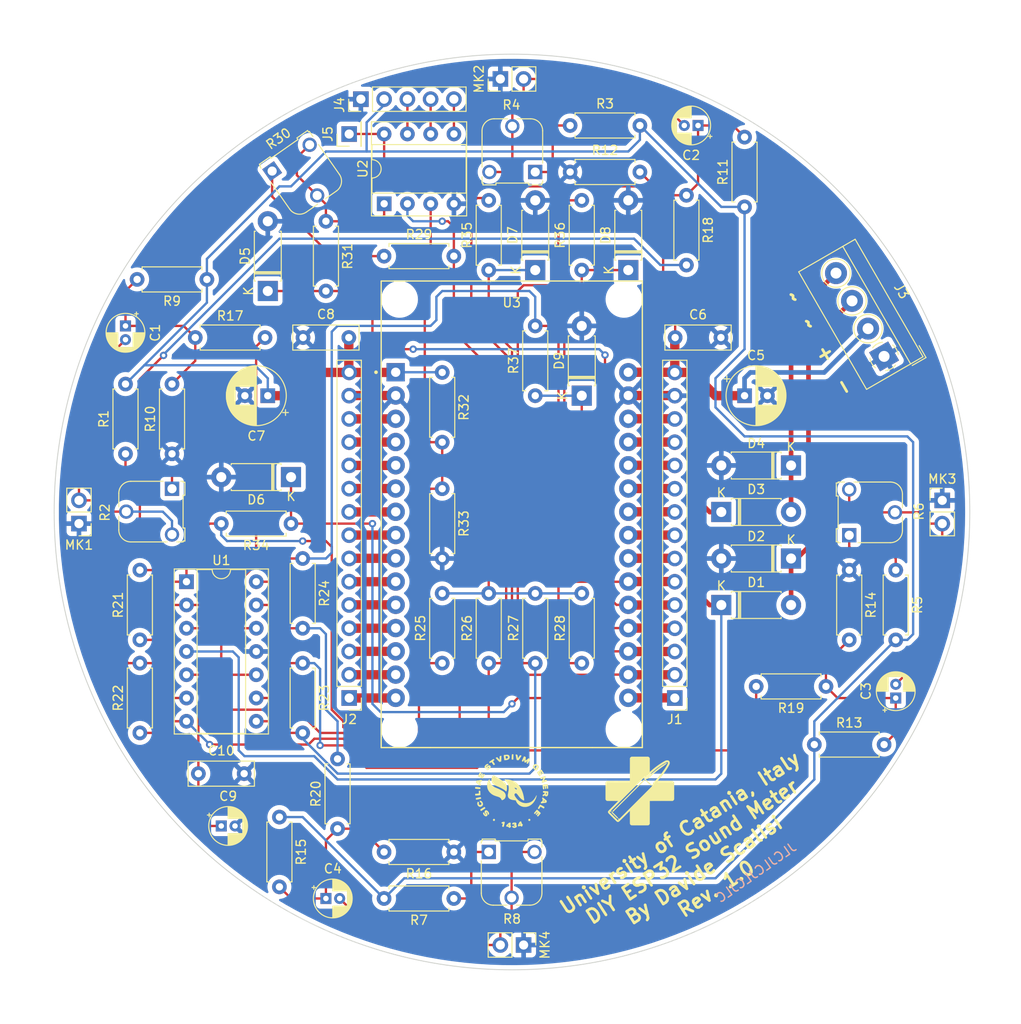
<source format=kicad_pcb>
(kicad_pcb (version 20211014) (generator pcbnew)
  (layers (0 "F.Cu" signal) (31 "B.Cu" signal) (34 "B.Paste" user) (35 "F.Paste" user) (36 "B.SilkS" user "B.Silkscreen") (37 "F.SilkS" user "F.Silkscreen") (38 "B.Mask" user) (39 "F.Mask" user) (44 "Edge.Cuts" user))
  (net 0 "")
  (net 1 "Net-(C1-Pad1)")
  (net 2 "Net-(C1-Pad2)")
  (net 3 "Net-(C2-Pad1)")
  (net 4 "Net-(C2-Pad2)")
  (net 5 "Net-(C3-Pad1)")
  (net 6 "Net-(C3-Pad2)")
  (net 7 "Net-(C4-Pad1)")
  (net 8 "Net-(C4-Pad2)")
  (net 9 "VCC")
  (net 10 "GND")
  (net 11 "+3V3")
  (net 12 "1.65V")
  (net 13 "AC L")
  (net 14 "AC N")
  (net 15 "D34")
  (net 16 "EN")
  (net 17 "D36")
  (net 18 "D39")
  (net 19 "D35")
  (net 20 "D32")
  (net 21 "D33")
  (net 22 "D25")
  (net 23 "D26")
  (net 24 "D27")
  (net 25 "D14")
  (net 26 "D12")
  (net 27 "D13")
  (net 28 "D23")
  (net 29 "D22")
  (net 30 "TX0")
  (net 31 "RX0")
  (net 32 "D21")
  (net 33 "D19")
  (net 34 "D18")
  (net 35 "D5")
  (net 36 "TX2")
  (net 37 "RX2")
  (net 38 "D4")
  (net 39 "D2")
  (net 40 "D15")
  (net 41 "Net-(R17-Pad2)")
  (net 42 "Net-(R18-Pad2)")
  (net 43 "Net-(R19-Pad2)")
  (net 44 "Net-(R20-Pad2)")
  (net 45 "MIC 1")
  (net 46 "MIC 2")
  (net 47 "MIC 3")
  (net 48 "MIC 4")
  (net 49 "Net-(R29-Pad1)")
  (net 50 "Net-(R25-Pad2)")
  (net 51 "Net-(R30-Pad2)")
  (net 52 "Net-(R1-Pad1)")
  (net 53 "Net-(R3-Pad1)")
  (net 54 "Net-(R5-Pad1)")
  (net 55 "Net-(R7-Pad1)")
  (net 56 "Net-(U2-Pad6)")
  (net 57 "Net-(J4-Pad5)")
  (net 58 "Net-(J4-Pad3)")
  (footprint "Resistor_THT:R_Axial_DIN0207_L6.3mm_D2.5mm_P7.62mm_Horizontal" (layer "F.Cu") (at 154.94 70.104 90)
    (fp_text reference "R36")
    (fp_text value "1k")
  )
  (footprint "Capacitor_THT:CP_Radial_D6.3mm_P2.50mm" (layer "F.Cu") (at 120.65 83.82 180)
    (fp_text reference "C7")
    (fp_text value "100uF")
  )
  (footprint "Resistor_THT:R_Axial_DIN0207_L6.3mm_D2.5mm_P7.62mm_Horizontal" (layer "F.Cu") (at 110.19 90.17 90)
    (fp_text reference "R10")
    (fp_text value "100k")
  )
  (footprint "Resistor_THT:R_Axial_DIN0207_L6.3mm_D2.5mm_P7.62mm_Horizontal" (layer "F.Cu") (at 133.35 68.58)
    (fp_text reference "R29")
    (fp_text value "1k")
  )
  (footprint "Resistor_THT:R_Axial_DIN0207_L6.3mm_D2.5mm_P7.62mm_Horizontal" (layer "F.Cu") (at 124.46 113.025 -90)
    (fp_text reference "R23")
    (fp_text value "1M")
  )
  (footprint "Capacitor_THT:C_Rect_L7.0mm_W2.5mm_P5.00mm" (layer "F.Cu") (at 129.5 77.47 180)
    (fp_text reference "C8")
    (fp_text value "10nF")
  )
  (footprint "Resistor_THT:R_Axial_DIN0207_L6.3mm_D2.5mm_P7.62mm_Horizontal" (layer "F.Cu") (at 180.34 121.92)
    (fp_text reference "R13")
    (fp_text value "100k")
  )
  (footprint "Diode_THT:D_DO-41_SOD81_P7.62mm_Horizontal" (layer "F.Cu") (at 170.18 106.68)
    (fp_text reference "D1")
    (fp_text value "1N4007")
  )
  (footprint "Resistor_THT:R_Axial_DIN0207_L6.3mm_D2.5mm_P7.62mm_Horizontal" (layer "F.Cu") (at 166.37 61.93 -90)
    (fp_text reference "R18")
    (fp_text value "100k")
  )
  (footprint "Resistor_THT:R_Axial_DIN0207_L6.3mm_D2.5mm_P7.62mm_Horizontal" (layer "F.Cu") (at 149.86 113.03 90)
    (fp_text reference "R27")
    (fp_text value "1k")
  )
  (footprint "Resistor_THT:R_Axial_DIN0207_L6.3mm_D2.5mm_P7.62mm_Horizontal" (layer "F.Cu") (at 124.46 101.6 -90)
    (fp_text reference "R24")
    (fp_text value "1M")
  )
  (footprint "Resistor_THT:R_Axial_DIN0207_L6.3mm_D2.5mm_P7.62mm_Horizontal" (layer "F.Cu") (at 127 64.77 -90)
    (fp_text reference "R31")
    (fp_text value "1k")
  )
  (footprint "Capacitor_THT:CP_Radial_D4.0mm_P1.50mm" (layer "F.Cu") (at 167.64 54.31 180)
    (fp_text reference "C2")
    (fp_text value "10uF")
  )
  (footprint "Resistor_THT:R_Axial_DIN0207_L6.3mm_D2.5mm_P7.62mm_Horizontal" (layer "F.Cu") (at 128.27 131.11 90)
    (fp_text reference "R20")
    (fp_text value "100k")
  )
  (footprint "Package_DIP:DIP-8_W7.62mm_Socket" (layer "F.Cu") (at 133.36 62.855 90)
    (fp_text reference "U2")
    (fp_text value "LM358")
  )
  (footprint "Connector_PinHeader_2.54mm:PinHeader_1x02_P2.54mm_Vertical" (layer "F.Cu") (at 146.05 49.23 90)
    (fp_text reference "MK2")
    (fp_text value "Microphone_Condenser")
  )
  (footprint "Resistor_THT:R_Axial_DIN0207_L6.3mm_D2.5mm_P7.62mm_Horizontal" (layer "F.Cu") (at 153.67 54.31)
    (fp_text reference "R3")
    (fp_text value "1k")
  )
  (footprint "Connector_PinHeader_2.54mm:PinHeader_1x01_P2.54mm_Vertical" (layer "F.Cu") (at 129.54 55.245 90)
    (fp_text reference "J5")
    (fp_text value "Conn_01x01_Female")
  )
  (footprint "Resistor_THT:R_Axial_DIN0207_L6.3mm_D2.5mm_P7.62mm_Horizontal" (layer "F.Cu") (at 139.7 93.98 -90)
    (fp_text reference "R33")
    (fp_text value "10k")
  )
  (footprint "Resistor_THT:R_Axial_DIN0207_L6.3mm_D2.5mm_P7.62mm_Horizontal" (layer "F.Cu") (at 153.67 59.39)
    (fp_text reference "R12")
    (fp_text value "100k")
  )
  (footprint "Connector_PinHeader_2.54mm:PinHeader_1x02_P2.54mm_Vertical" (layer "F.Cu") (at 148.59 143.81 -90)
    (fp_text reference "MK4")
    (fp_text value "Microphone_Condenser")
  )
  (footprint "Resistor_THT:R_Axial_DIN0207_L6.3mm_D2.5mm_P7.62mm_Horizontal" (layer "F.Cu") (at 184.15 102.87 -90)
    (fp_text reference "R14")
    (fp_text value "100k")
  )
  (footprint "Potentiometer_THT:Potentiometer_Runtron_RM-065_Vertical" (layer "F.Cu") (at 149.86 59.39 180)
    (fp_text reference "R4")
    (fp_text value "10k")
  )
  (footprint "Resistor_THT:R_Axial_DIN0207_L6.3mm_D2.5mm_P7.62mm_Horizontal" (layer "F.Cu") (at 149.86 83.82 90)
    (fp_text reference "R37")
    (fp_text value "1k")
  )
  (footprint "Capacitor_THT:C_Rect_L7.0mm_W2.5mm_P5.00mm" (layer "F.Cu") (at 165.14 77.47)
    (fp_text reference "C6")
    (fp_text value "10nF")
  )
  (footprint "Resistor_THT:R_Axial_DIN0207_L6.3mm_D2.5mm_P7.62mm_Horizontal" (layer "F.Cu") (at 106.68 110.485 90)
    (fp_text reference "R21")
    (fp_text value "1M")
  )
  (footprint "Resistor_THT:R_Axial_DIN0207_L6.3mm_D2.5mm_P7.62mm_Horizontal" (layer "F.Cu") (at 144.78 70.104 90)
    (fp_text reference "R35")
    (fp_text value "1k")
  )
  (footprint "Connector_PinHeader_2.54mm:PinHeader_1x05_P2.54mm_Vertical" (layer "F.Cu") (at 130.815 51.435 90)
    (fp_text reference "J4")
    (fp_text value "Conn_01x05_Female")
  )
  (footprint "Potentiometer_THT:Potentiometer_Runtron_RM-065_Vertical" (layer "F.Cu") (at 144.78 133.65)
    (fp_text reference "R8")
    (fp_text value "10k")
  )
  (footprint "Capacitor_THT:CP_Radial_D4.0mm_P1.50mm" (layer "F.Cu") (at 127 138.73)
    (fp_text reference "C4")
    (fp_text value "10uF")
  )
  (footprint "Connector_PinHeader_2.54mm:PinHeader_1x15_P2.54mm_Vertical" (layer "F.Cu") (at 129.54 116.835 180)
    (fp_text reference "J2")
    (fp_text value "Conn_01x15_Male")
  )
  (footprint "Potentiometer_THT:Potentiometer_Runtron_RM-065_Vertical" (layer "F.Cu") (at 184.15 99.06 90)
    (fp_text reference "R6")
    (fp_text value "10k")
  )
  (footprint "Diode_THT:D_DO-41_SOD81_P7.62mm_Horizontal" (layer "F.Cu") (at 160.02 70.104 90)
    (fp_text reference "D8")
    (fp_text value "3.3V")
  )
  (footprint "Logos:Jugg" (layer "F.Cu") (at 161.29 127)
    (fp_text reference "G***" hide)
    (fp_text value "LOGO" hide)
  )
  (footprint "Diode_THT:D_DO-41_SOD81_P7.62mm_Horizontal" (layer "F.Cu") (at 120.65 72.39 90)
    (fp_text reference "D5")
    (fp_text value "3.3V")
  )
  (footprint "Capacitor_THT:CP_Radial_D4.0mm_P1.50mm" (layer "F.Cu") (at 105.11 76.2 -90)
    (fp_text reference "C1")
    (fp_text value "10uF")
  )
  (footprint "Diode_THT:D_DO-41_SOD81_P7.62mm_Horizontal" (layer "F.Cu") (at 149.86 70.104 90)
    (fp_text reference "D7")
    (fp_text value "3.3V")
  )
  (footprint "Package_DIP:DIP-14_W7.62mm_Socket" (layer "F.Cu") (at 111.77 104.135)
    (fp_text reference "U1")
    (fp_text value "LM324")
  )
  (footprint "Diode_THT:D_DO-41_SOD81_P7.62mm_Horizontal" (layer "F.Cu") (at 123.19 92.71 180)
    (fp_text reference "D6")
    (fp_text value "3.3V")
  )
  (footprint "Resistor_THT:R_Axial_DIN0207_L6.3mm_D2.5mm_P7.62mm_Horizontal" (layer "F.Cu") (at 114 71.12 180)
    (fp_text reference "R9")
    (fp_text value "100k")
  )
  (footprint "Connector_PinHeader_2.54mm:PinHeader_1x02_P2.54mm_Vertical" (layer "F.Cu") (at 100.03 97.79 180)
    (fp_text reference "MK1")
    (fp_text value "Microphone_Condenser")
  )
  (footprint "Potentiometer_THT:Potentiometer_Runtron_RM-065_Vertical" (layer "F.Cu") (at 110.19 93.98 -90)
    (fp_text reference "R2")
    (fp_text value "10k")
  )
  (footprint "Resistor_THT:R_Axial_DIN0207_L6.3mm_D2.5mm_P7.62mm_Horizontal" (layer "F.Cu") (at 112.73 77.47)
    (fp_text reference "R17")
    (fp_text value "100k")
  )
  (footprint "Connector_PinHeader_2.54mm:PinHeader_1x02_P2.54mm_Vertical" (layer "F.Cu") (at 194.31 95.25)
    (fp_text reference "MK3")
    (fp_text value "Microphone_Condenser")
  )
  (footprint "Connector_PinHeader_2.54mm:PinHeader_1x15_P2.54mm_Vertical" (layer "F.Cu") (at 165.1 116.84 180)
    (fp_text reference "J1")
    (fp_text value "Conn_01x15_Male")
  )
  (footprint "Resistor_THT:R_Axial_DIN0207_L6.3mm_D2.5mm_P7.62mm_Horizontal" (layer "F.Cu") (at 139.7 113.03 90)
    (fp_text reference "R25")
    (fp_text value "1k")
  )
  (footprint "Diode_THT:D_DO-41_SOD81_P7.62mm_Horizontal" (layer "F.Cu") (at 177.8 91.44 180)
    (fp_text reference "D4")
    (fp_text value "1N4007")
  )
  (footprint "TerminalBlock_4Ucon:TerminalBlock_4Ucon_1x04_P3.50mm_Horizontal" (layer "F.Cu") (at 187.958398 79.526634 120)
    (fp_text reference "J3")
    (fp_text value "Power")
  )
  (footprint "Potentiometer_THT:Potentiometer_Runtron_RM-065_Vertical" (layer "F.Cu") (at 121.127309 59.289041 35)
    (fp_text reference "R30")
    (fp_text value "10k")
  )
  (footprint "Capacitor_THT:CP_Radial_D4.0mm_P1.50mm" (layer "F.Cu") (at 189.23 116.84 90)
    (fp_text reference "C3")
    (fp_text value "10uF")
  )
  (footprint "Resistor_THT:R_Axial_DIN0207_L6.3mm_D2.5mm_P7.62mm_Horizontal" (layer "F.Cu") (at 172.72 63.2 90)
    (fp_text reference "R11")
    (fp_text value "100k")
  )
  (footprint "Resistor_THT:R_Axial_DIN0207_L6.3mm_D2.5mm_P7.62mm_Horizontal" (layer "F.Cu") (at 106.68 120.645 90)
    (fp_text reference "R22")
    (fp_text value "1M")
  )
  (footprint "Resistor_THT:R_Axial_DIN0207_L6.3mm_D2.5mm_P7.62mm_Horizontal" (layer "F.Cu") (at 181.61 115.57 180)
    (fp_text reference "R19")
    (fp_text value "100k")
  )
  (footprint "Diode_THT:D_DO-41_SOD81_P7.62mm_Horizontal" (layer "F.Cu") (at 170.18 96.52)
    (fp_text reference "D3")
    (fp_text value "1N4007")
  )
  (footprint "Resistor_THT:R_Axial_DIN0207_L6.3mm_D2.5mm_P7.62mm_Horizontal" (layer "F.Cu") (at 144.78 113.03 90)
    (fp_text reference "R26")
    (fp_text value "1k")
  )
  (footprint "Resistor_THT:R_Axial_DIN0207_L6.3mm_D2.5mm_P7.62mm_Horizontal" (layer "F.Cu") (at 123.19 97.79 180)
    (fp_text reference "R34")
    (fp_text value "1k")
  )
  (footprint "Capacitor_THT:CP_Radial_D4.0mm_P1.50mm" (layer "F.Cu") (at 115.57 130.81)
    (fp_text reference "C9")
    (fp_text value "10uF")
  )
  (footprint "Resistor_THT:R_Axial_DIN0207_L6.3mm_D2.5mm_P7.62mm_Horizontal" (layer "F.Cu") (at 140.97 133.65 180)
    (fp_text reference "R16")
    (fp_text value "100k")
  )
  (footprint "Resistor_THT:R_Axial_DIN0207_L6.3mm_D2.5mm_P7.62mm_Horizontal" (layer "F.Cu") (at 139.7 81.28 -90)
    (fp_text reference "R32")
    (fp_text value "10k")
  )
  (footprint "Logos:UniCT" (layer "F.Cu") (at 147.28 127)
    (fp_text reference "G***" hide)
    (fp_text value "LOGO" hide)
  )
  (footprint "Resistor_THT:R_Axial_DIN0207_L6.3mm_D2.5mm_P7.62mm_Horizontal" (layer "F.Cu") (at 140.97 138.73 180)
    (fp_text reference "R7")
    (fp_text value "1k")
  )
  (footprint "Diode_THT:D_DO-41_SOD81_P7.62mm_Horizontal" (layer "F.Cu") (at 154.94 83.82 90)
    (fp_text reference "D9")
    (fp_text value "3.3V")
  )
  (footprint "Resistor_THT:R_Axial_DIN0207_L6.3mm_D2.5mm_P7.62mm_Horizontal" (layer "F.Cu") (at 154.94 113.03 90)
    (fp_text reference "R28")
    (fp_text value "1k")
  )
  (footprint "Diode_THT:D_DO-41_SOD81_P7.62mm_Horizontal" (layer "F.Cu") (at 177.8 101.6 180)
    (fp_text reference "D2")
    (fp_text value "1N4007")
  )
  (footprint "Capacitor_THT:CP_Radial_D6.3mm_P2.50mm" (layer "F.Cu") (at 172.72 83.82)
    (fp_text reference "C5")
    (fp_text value "100uF")
  )
  (footprint "Resistor_THT:R_Axial_DIN0207_L6.3mm_D2.5mm_P7.62mm_Horizontal" (layer "F.Cu") (at 105.11 90.17 90)
    (fp_text reference "R1")
    (fp_text value "1k")
  )
  (footprint "Resistor_THT:R_Axial_DIN0207_L6.3mm_D2.5mm_P7.62mm_Horizontal" (layer "F.Cu") (at 121.92 129.84 -90)
    (fp_text reference "R15")
    (fp_text value "100k")
  )
  (footprint "ESP32-DEVKIT-V1:MODULE_ESP32_DEVKIT_V1" (layer "F.Cu") (at 147.32 96.774)
    (fp_text reference "U3")
    (fp_text value "ESP32-DEVKIT-V1")
  )
  (footprint "Capacitor_THT:C_Rect_L7.0mm_W2.5mm_P5.00mm" (layer "F.Cu") (at 113.07 125.095)
    (fp_text reference "C10")
    (fp_text value "10nF")
  )
  (footprint "Resistor_THT:R_Axial_DIN0207_L6.3mm_D2.5mm_P7.62mm_Horizontal" (layer "F.Cu") (at 189.23 102.87 -90)
    (fp_text reference "R5")
    (fp_text value "1k")
  )
  (gr_circle (center 147.32 96.52) (end 197.32 96.52) (layer "Edge.Cuts") (width 0.1) (fill none))
  (gr_text "JLCJLCJLCJLC" (at 173.99 135.89 35) (layer "B.SilkS") (effects (font (size 1 1)) (justify mirror)))
  (gr_text "~  ~  +  -" (at 180.975 78.105 300) (layer "F.SilkS") (effects (font (size 1.5 1.5) (thickness 0.3))))
  (gr_text "University of Catania, Italy\nDIY ESP32 Sound Meter\nBy Davide Scalisi\nRev. 1.0" (at 167.64 134.62 33) (layer "F.SilkS") (effects (font (size 1.5 1.5) (thickness 0.3))))
  (segment (start 112.73 77.47) (end 112.73 80.01) (width 0.254) (layer "F.Cu") (net 1))
  (segment (start 111.46 76.2) (end 112.73 77.47) (width 0.254) (layer "F.Cu") (net 1))
  (segment (start 105.11 72.39) (end 106.38 71.12) (width 0.254) (layer "F.Cu") (net 1))
  (segment (start 105.11 76.2) (end 105.11 72.39) (width 0.254) (layer "F.Cu") (net 1))
  (segment (start 112.73 80.01) (end 110.19 82.55) (width 0.254) (layer "F.Cu") (net 1))
  (segment (start 105.11 76.2) (end 111.46 76.2) (width 0.254) (layer "F.Cu") (net 1))
  (segment (start 100.03 82.78) (end 105.11 77.7) (width 0.254) (layer "F.Cu") (net 2))
  (segment (start 102.87 96.52) (end 102.91 96.48) (width 0.254) (layer "F.Cu") (net 2))
  (segment (start 100.03 95.25) (end 101.6 95.25) (width 0.254) (layer "F.Cu") (net 2))
  (segment (start 101.6 95.25) (end 102.87 96.52) (width 0.254) (layer "F.Cu") (net 2))
  (segment (start 100.03 95.25) (end 100.03 82.78) (width 0.254) (layer "F.Cu") (net 2))
  (segment (start 102.91 96.48) (end 105.19 96.48) (width 0.254) (layer "F.Cu") (net 2))
  (segment (start 110.19 97.49) (end 109.18 96.48) (width 0.254) (layer "B.Cu") (net 2))
  (segment (start 110.19 98.98) (end 110.19 97.49) (width 0.254) (layer "B.Cu") (net 2))
  (segment (start 109.18 96.48) (end 105.19 96.48) (width 0.254) (layer "B.Cu") (net 2))
  (segment (start 166.37 61.93) (end 163.83 61.93) (width 0.254) (layer "F.Cu") (net 3))
  (segment (start 167.64 54.31) (end 171.45 54.31) (width 0.254) (layer "F.Cu") (net 3))
  (segment (start 167.64 54.31) (end 167.64 60.66) (width 0.254) (layer "F.Cu") (net 3))
  (segment (start 167.64 60.66) (end 166.37 61.93) (width 0.254) (layer "F.Cu") (net 3))
  (segment (start 163.83 61.93) (end 161.29 59.39) (width 0.254) (layer "F.Cu") (net 3))
  (segment (start 171.45 54.31) (end 172.72 55.58) (width 0.254) (layer "F.Cu") (net 3))
  (segment (start 147.36 58.38) (end 147.36 54.39) (width 0.254) (layer "F.Cu") (net 4))
  (segment (start 148.59 49.23) (end 161.06 49.23) (width 0.254) (layer "F.Cu") (net 4))
  (segment (start 144.86 59.39) (end 146.35 59.39) (width 0.254) (layer "F.Cu") (net 4))
  (segment (start 147.36 52.11) (end 147.36 54.39) (width 0.254) (layer "F.Cu") (net 4))
  (segment (start 146.35 59.39) (end 147.36 58.38) (width 0.254) (layer "F.Cu") (net 4))
  (segment (start 161.06 49.23) (end 166.14 54.31) (width 0.254) (layer "F.Cu") (net 4))
  (segment (start 148.59 49.23) (end 148.59 50.8) (width 0.254) (layer "F.Cu") (net 4))
  (segment (start 147.32 52.07) (end 147.36 52.11) (width 0.254) (layer "F.Cu") (net 4))
  (segment (start 148.59 50.8) (end 147.32 52.07) (width 0.254) (layer "F.Cu") (net 4))
  (segment (start 181.61 113.03) (end 184.15 110.49) (width 0.254) (layer "F.Cu") (net 5))
  (segment (start 182.88 116.84) (end 181.61 115.57) (width 0.254) (layer "F.Cu") (net 5))
  (segment (start 189.23 116.84) (end 182.88 116.84) (width 0.254) (layer "F.Cu") (net 5))
  (segment (start 181.61 115.57) (end 181.61 113.03) (width 0.254) (layer "F.Cu") (net 5))
  (segment (start 189.23 116.84) (end 189.23 120.65) (width 0.254) (layer "F.Cu") (net 5))
  (segment (start 189.23 120.65) (end 187.96 121.92) (width 0.254) (layer "F.Cu") (net 5))
  (segment (start 184.825 96.56) (end 189.15 96.56) (width 0.254) (layer "F.Cu") (net 6))
  (segment (start 191.77 96.52) (end 191.73 96.56) (width 0.254) (layer "F.Cu") (net 6))
  (segment (start 191.73 96.56) (end 189.15 96.56) (width 0.254) (layer "F.Cu") (net 6))
  (segment (start 194.31 97.79) (end 194.31 110.26) (width 0.254) (layer "F.Cu") (net 6))
  (segment (start 184.15 94.06) (end 184.15 95.885) (width 0.254) (layer "F.Cu") (net 6))
  (segment (start 194.31 97.79) (end 193.04 97.79) (width 0.254) (layer "F.Cu") (net 6))
  (segment (start 184.15 95.885) (end 184.825 96.56) (width 0.254) (layer "F.Cu") (net 6))
  (segment (start 194.31 110.26) (end 189.23 115.34) (width 0.254) (layer "F.Cu") (net 6))
  (segment (start 193.04 97.79) (end 191.77 96.52) (width 0.254) (layer "F.Cu") (net 6))
  (segment (start 128.27 131.11) (end 130.81 131.11) (width 0.254) (layer "F.Cu") (net 7))
  (segment (start 127 138.73) (end 127 132.38) (width 0.254) (layer "F.Cu") (net 7))
  (segment (start 127 132.38) (end 128.27 131.11) (width 0.254) (layer "F.Cu") (net 7))
  (segment (start 130.81 131.11) (end 133.35 133.65) (width 0.254) (layer "F.Cu") (net 7))
  (segment (start 127 138.73) (end 123.19 138.73) (width 0.254) (layer "F.Cu") (net 7))
  (segment (start 123.19 138.73) (end 121.92 137.46) (width 0.254) (layer "F.Cu") (net 7))
  (segment (start 146.05 143.81) (end 146.05 142.24) (width 0.254) (layer "F.Cu") (net 8))
  (segment (start 147.28 134.66) (end 147.28 138.65) (width 0.254) (layer "F.Cu") (net 8))
  (segment (start 146.05 143.81) (end 133.58 143.81) (width 0.254) (layer "F.Cu") (net 8))
  (segment (start 133.58 143.81) (end 128.5 138.73) (width 0.254) (layer "F.Cu") (net 8))
  (segment (start 149.78 133.65) (end 148.29 133.65) (width 0.254) (layer "F.Cu") (net 8))
  (segment (start 147.28 140.93) (end 147.28 138.65) (width 0.254) (layer "F.Cu") (net 8))
  (segment (start 148.29 133.65) (end 147.28 134.66) (width 0.254) (layer "F.Cu") (net 8))
  (segment (start 146.05 142.24) (end 147.32 140.97) (width 0.254) (layer "F.Cu") (net 8))
  (segment (start 147.32 140.97) (end 147.28 140.93) (width 0.254) (layer "F.Cu") (net 8))
  (segment (start 167.9575 82.2325) (end 169.545 83.82) (width 1.016) (layer "F.Cu") (net 9))
  (segment (start 133.36 55.235) (end 129.55 55.235) (width 0.254) (layer "F.Cu") (net 9))
  (segment (start 167.9575 105.7275) (end 167.9575 95.5675) (width 0.508) (layer "F.Cu") (net 9))
  (segment (start 129.55 55.235) (end 129.54 55.245) (width 0.254) (layer "F.Cu") (net 9))
  (segment (start 170.18 96.52) (end 168.91 96.52) (width 0.508) (layer "F.Cu") (net 9))
  (segment (start 133.36 60.021978) (end 134.298022 60.96) (width 0.254) (layer "F.Cu") (net 9))
  (segment (start 133.36 55.235) (end 133.36 60.021978) (width 0.254) (layer "F.Cu") (net 9))
  (segment (start 163.83 62.865) (end 163.83 74.295) (width 0.254) (layer "F.Cu") (net 9))
  (segment (start 165.1 81.28) (end 165.1 77.51) (width 1.016) (layer "F.Cu") (net 9))
  (segment (start 165.1 81.28) (end 167.005 81.28) (width 1.016) (layer "F.Cu") (net 9))
  (segment (start 134.298022 60.96) (end 161.925 60.96) (width 0.254) (layer "F.Cu") (net 9))
  (segment (start 160.02 81.259) (end 165.079 81.259) (width 1.016) (layer "F.Cu") (net 9))
  (segment (start 169.545 83.82) (end 172.72 83.82) (width 1.016) (layer "F.Cu") (net 9))
  (segment (start 168.91 106.68) (end 170.18 106.68) (width 0.508) (layer "F.Cu") (net 9))
  (segment (start 165.1 77.51) (end 165.14 77.47) (width 1.016) (layer "F.Cu") (net 9))
  (segment (start 161.925 60.96) (end 163.83 62.865) (width 0.254) (layer "F.Cu") (net 9))
  (segment (start 167.9575 95.5675) (end 167.9575 82.2325) (width 0.508) (layer "F.Cu") (net 9))
  (segment (start 165.079 81.259) (end 165.1 81.28) (width 1.016) (layer "F.Cu") (net 9))
  (segment (start 167.9575 105.7275) (end 168.91 106.68) (width 0.508) (layer "F.Cu") (net 9))
  (segment (start 165.14 75.605) (end 165.14 77.47) (width 0.254) (layer "F.Cu") (net 9))
  (segment (start 167.005 81.28) (end 167.9575 82.2325) (width 1.016) (layer "F.Cu") (net 9))
  (segment (start 168.91 96.52) (end 167.9575 95.5675) (width 0.508) (layer "F.Cu") (net 9))
  (segment (start 163.83 74.295) (end 165.14 75.605) (width 0.254) (layer "F.Cu") (net 9))
  (segment (start 117.475 122.555) (end 118.11 123.19) (width 0.254) (layer "B.Cu") (net 9))
  (segment (start 181.423943 81.28) (end 173.355 81.28) (width 0.508) (layer "B.Cu") (net 9))
  (segment (start 169.545 125.73) (end 170.18 125.095) (width 0.254) (layer "B.Cu") (net 9))
  (segment (start 186.208398 76.495545) (end 181.423943 81.28) (width 0.508) (layer "B.Cu") (net 9))
  (segment (start 116.835 111.755) (end 117.475 112.395) (width 0.254) (layer "B.Cu") (net 9))
  (segment (start 170.18 125.095) (end 170.18 106.68) (width 0.254) (layer "B.Cu") (net 9))
  (segment (start 118.11 123.19) (end 125.73 123.19) (width 0.254) (layer "B.Cu") (net 9))
  (segment (start 128.27 125.73) (end 169.545 125.73) (width 0.254) (layer "B.Cu") (net 9))
  (segment (start 173.355 81.28) (end 172.72 81.915) (width 0.508) (layer "B.Cu") (net 9))
  (segment (start 117.475 112.395) (end 117.475 122.555) (width 0.254) (layer "B.Cu") (net 9))
  (segment (start 172.72 81.915) (end 172.72 83.82) (width 0.508) (layer "B.Cu") (net 9))
  (segment (start 111.77 111.755) (end 116.835 111.755) (width 0.254) (layer "B.Cu") (net 9))
  (segment (start 125.73 123.19) (end 128.27 125.73) (width 0.254) (layer "B.Cu") (net 9))
  (segment (start 129.556 83.799) (end 129.54 83.815) (width 1.016) (layer "F.Cu") (net 10))
  (segment (start 134.62 83.799) (end 129.556 83.799) (width 1.016) (layer "F.Cu") (net 10))
  (segment (start 165.079 83.799) (end 165.1 83.82) (width 1.016) (layer "F.Cu") (net 10))
  (segment (start 160.02 83.799) (end 165.079 83.799) (width 1.016) (layer "F.Cu") (net 10))
  (segment (start 129.5 81.235) (end 129.54 81.275) (width 1.016) (layer "F.Cu") (net 11))
  (segment (start 125.735 81.275) (end 129.54 81.275) (width 1.016) (layer "F.Cu") (net 11))
  (segment (start 123.19 83.82) (end 125.735 81.275) (width 1.016) (layer "F.Cu") (net 11))
  (segment (start 134.604 81.275) (end 134.62 81.259) (width 1.016) (layer "F.Cu") (net 11))
  (segment (start 120.65 83.82) (end 123.19 83.82) (width 1.016) (layer "F.Cu") (net 11))
  (segment (start 129.54 81.275) (end 134.604 81.275) (width 1.016) (layer "F.Cu") (net 11))
  (segment (start 129.5 77.47) (end 129.5 81.235) (width 1.016) (layer "F.Cu") (net 11))
  (segment (start 190.5 88.265) (end 191.135 88.9) (width 0.254) (layer "B.Cu") (net 11))
  (segment (start 133.355 52.065) (end 131.445 53.975) (width 0.254) (layer "B.Cu") (net 11))
  (segment (start 133.35 138.73) (end 135.555 136.525) (width 0.254) (layer "B.Cu") (net 11))
  (segment (start 114 73.66) (end 107.165 80.495) (width 0.254) (layer "B.Cu") (net 11))
  (segment (start 191.135 88.9) (end 191.135 109.855) (width 0.254) (layer "B.Cu") (net 11))
  (segment (start 107.165 80.495) (end 105.11 82.55) (width 0.254) (layer "B.Cu") (net 11))
  (segment (start 107.165 80.495) (end 119.23 80.495) (width 0.254) (layer "B.Cu") (net 11))
  (segment (start 114 71.12) (end 114 73.66) (width 0.254) (layer "B.Cu") (net 11))
  (segment (start 170.18 63.2) (end 161.29 54.31) (width 0.254) (layer "B.Cu") (net 11))
  (segment (start 191.135 109.855) (end 190.5 110.49) (width 0.254) (layer "B.Cu") (net 11))
  (segment (start 180.34 125.73) (end 170.815 135.255) (width 0.254) (layer "B.Cu") (net 11))
  (segment (start 172.72 63.2) (end 172.72 78.74) (width 0.254) (layer "B.Cu") (net 11))
  (segment (start 120.65 81.915) (end 120.65 83.82) (width 0.254) (layer "B.Cu") (net 11))
  (segment (start 123.19 60.96) (end 127 57.15) (width 0.254) (layer "B.Cu") (net 11))
  (segment (start 131.445 53.975) (end 131.445 57.15) (width 0.254) (layer "B.Cu") (net 11))
  (segment (start 180.34 121.92) (end 180.34 125.73) (width 0.254) (layer "B.Cu") (net 11))
  (segment (start 180.34 121.92) (end 180.34 119.38) (width 0.254) (layer "B.Cu") (net 11))
  (segment (start 121.92 60.96) (end 123.19 60.96) (width 0.254) (layer "B.Cu") (net 11))
  (segment (start 170.815 135.255) (end 169.545 136.525) (width 0.254) (layer "B.Cu") (net 11))
  (segment (start 133.355 51.435) (end 133.355 52.065) (width 0.254) (layer "B.Cu") (net 11))
  (segment (start 114 71.12) (end 114 68.88) (width 0.254) (layer "B.Cu") (net 11))
  (segment (start 119.23 80.495) (end 120.65 81.915) (width 0.254) (layer "B.Cu") (net 11))
  (segment (start 172.72 78.74) (end 169.545 81.915) (width 0.254) (layer "B.Cu") (net 11))
  (segment (start 169.545 136.525) (end 135.89 136.525) (width 0.254) (layer "B.Cu") (net 11))
  (segment (start 169.545 81.915) (end 169.545 85.09) (width 0.254) (layer "B.Cu") (net 11))
  (segment (start 190.5 110.49) (end 189.23 110.49) (width 0.254) (layer "B.Cu") (net 11))
  (segment (start 160.02 57.15) (end 161.29 55.88) (width 0.254) (layer "B.Cu") (net 11))
  (segment (start 127 57.15) (end 131.445 57.15) (width 0.254) (layer "B.Cu") (net 11))
  (segment (start 161.29 55.88) (end 161.29 54.31) (width 0.254) (layer "B.Cu") (net 11))
  (segment (start 131.445 57.15) (end 160.02 57.15) (width 0.254) (layer "B.Cu") (net 11))
  (segment (start 114 68.88) (end 121.92 60.96) (width 0.254) (layer "B.Cu") (net 11))
  (segment (start 121.92 129.84) (end 124.46 129.84) (width 0.254) (layer "B.Cu") (net 11))
  (segment (start 139.679 81.259) (end 139.7 81.28) (width 0.254) (layer "B.Cu") (net 11))
  (segment (start 180.34 119.38) (end 189.23 110.49) (width 0.254) (layer "B.Cu") (net 11))
  (segment (start 172.72 88.265) (end 190.5 88.265) (width 0.254) (layer "B.Cu") (net 11))
  (segment (start 135.555 136.525) (end 135.89 136.525) (width 0.254) (layer "B.Cu") (net 11))
  (segment (start 134.62 81.259) (end 139.679 81.259) (width 0.254) (layer "B.Cu") (net 11))
  (segment (start 169.545 85.09) (end 172.72 88.265) (width 0.254) (layer "B.Cu") (net 11))
  (segment (start 124.46 129.84) (end 133.35 138.73) (width 0.254) (layer "B.Cu") (net 11))
  (segment (start 172.72 63.2) (end 170.18 63.2) (width 0.254) (layer "B.Cu") (net 11))
  (segment (start 116.205 118.11) (end 123.825 118.11) (width 0.254) (layer "F.Cu") (net 12))
  (segment (start 137.795 68.58) (end 137.795 88.265) (width 0.254) (layer "F.Cu") (net 12))
  (segment (start 113.665 130.81) (end 113.03 130.175) (width 0.254) (layer "F.Cu") (net 12))
  (segment (start 131.451374 123.19) (end 140.97 123.19) (width 0.254) (layer "F.Cu") (net 12))
  (segment (start 114.93 114.295) (end 115.57 114.935) (width 0.254) (layer "F.Cu") (net 12))
  (segment (start 115.57 117.475) (end 115.57 114.935) (width 0.254) (layer "F.Cu") (net 12))
  (segment (start 137.795 94.615) (end 138.43 93.98) (width 0.254) (layer "F.Cu") (net 12))
  (segment (start 116.21 114.295) (end 115.57 114.935) (width 0.254) (layer "F.Cu") (net 12))
  (segment (start 141.605 108.585) (end 140.97 107.95) (width 0.254) (layer "F.Cu") (net 12))
  (segment (start 113.665 118.11) (end 113.07 118.705) (width 0.254) (layer "F.Cu") (net 12))
  (segment (start 113.07 118.705) (end 113.07 125.095) (width 0.254) (layer "F.Cu") (net 12))
  (segment (start 140.97 123.19) (end 141.605 122.555) (width 0.254) (layer "F.Cu") (net 12))
  (segment (start 138.44 67.935) (end 137.795 68.58) (width 0.254) (layer "F.Cu") (net 12))
  (segment (start 141.605 122.555) (end 141.605 108.585) (width 0.254) (layer "F.Cu") (net 12))
  (segment (start 115.57 130.81) (end 113.665 130.81) (width 0.254) (layer "F.Cu") (net 12))
  (segment (start 113.07 130.135) (end 113.07 125.095) (width 0.254) (layer "F.Cu") (net 12))
  (segment (start 128.911374 120.65) (end 131.451374 123.19) (width 0.254) (layer "F.Cu") (net 12))
  (segment (start 114.935 118.11) (end 113.665 118.11) (width 0.254) (layer "F.Cu") (net 12))
  (segment (start 138.43 107.95) (end 137.795 107.315) (width 0.254) (layer "F.Cu") (net 12))
  (segment (start 138.43 93.98) (end 139.7 93.98) (width 0.254) (layer "F.Cu") (net 12))
  (segment (start 137.795 107.315) (end 137.795 94.615) (width 0.254) (layer "F.Cu") (net 12))
  (segment (start 115.57 117.475) (end 116.205 118.11) (width 0.254) (layer "F.Cu") (net 12))
  (segment (start 139.7 88.9) (end 139.7 93.98) (width 0.254) (layer "F.Cu") (net 12))
  (segment (start 138.43 88.9) (end 139.7 88.9) (width 0.254) (layer "F.Cu") (net 12))
  (segment (start 140.97 107.95) (end 138.43 107.95) (width 0.254) (layer "F.Cu") (net 12))
  (segment (start 115.57 114.935) (end 115.57 109.855) (width 0.254) (layer "F.Cu") (net 12))
  (segment (start 137.795 88.265) (end 138.43 88.9) (width 0.254) (layer "F.Cu") (net 12))
  (segment (start 138.44 62.855) (end 138.44 67.935) (width 0.254) (layer "F.Cu") (net 12))
  (segment (start 113.03 130.175) (end 113.07 130.135) (width 0.254) (layer "F.Cu") (net 12))
  (segment (start 114.93 109.215) (end 111.77 109.215) (width 0.254) (layer "F.Cu") (net 12))
  (segment (start 115.57 117.475) (end 114.935 118.11) (width 0.254) (layer "F.Cu") (net 12))
  (segment (start 116.21 109.215) (end 119.39 109.215) (width 0.254) (layer "F.Cu") (net 12))
  (segment (start 119.39 114.295) (end 116.21 114.295) (width 0.254) (layer "F.Cu") (net 12))
  (segment (start 123.825 118.11) (end 126.365 120.65) (width 0.254) (layer "F.Cu") (net 12))
  (segment (start 115.57 109.855) (end 114.93 109.215) (width 0.254) (layer "F.Cu") (net 12))
  (segment (start 115.57 109.855) (end 116.21 109.215) (width 0.254) (layer "F.Cu") (net 12))
  (segment (start 126.365 120.65) (end 128.911374 120.65) (width 0.254) (layer "F.Cu") (net 12))
  (segment (start 111.77 114.295) (end 114.93 114.295) (width 0.254) (layer "F.Cu") (net 12))
  (segment (start 179.705 100.33) (end 178.435 101.6) (width 0.508) (layer "F.Cu") (net 13))
  (segment (start 184.458398 73.464456) (end 179.705 78.217854) (width 0.508) (layer "F.Cu") (net 13))
  (segment (start 178.435 101.6) (end 177.8 101.6) (width 0.508) (layer "F.Cu") (net 13))
  (segment (start 177.8 101.6) (end 177.8 106.68) (width 0.508) (layer "F.Cu") (net 13))
  (segment (start 179.705 78.217854) (end 179.705 100.33) (width 0.508) (layer "F.Cu") (net 13))
  (segment (start 177.8 75.341765) (end 177.8 91.44) (width 0.508) (layer "F.Cu") (net 14))
  (segment (start 177.8 91.44) (end 177.8 96.52) (width 0.508) (layer "F.Cu") (net 14))
  (segment (start 182.708398 70.433367) (end 177.8 75.341765) (width 0.508) (layer "F.Cu") (net 14))
  (segment (start 157.48 104.781374) (end 156.838626 104.14) (width 0.254) (layer "F.Cu") (net 15))
  (segment (start 160.02 109.199) (end 158.094 109.199) (width 0.254) (layer "F.Cu") (net 15))
  (segment (start 160.02 70.104) (end 154.94 70.104) (width 0.254) (layer "F.Cu") (net 15))
  (segment (start 158.094 109.199) (end 157.48 108.585) (width 0.254) (layer "F.Cu") (net 15))
  (segment (start 153.035 74.93) (end 154.94 73.025) (width 0.254) (layer "F.Cu") (net 15))
  (segment (start 154.94 73.025) (end 154.94 70.104) (width 0.254) (layer "F.Cu") (net 15))
  (segment (start 165.079 109.199) (end 165.1 109.22) (width 1.016) (layer "F.Cu") (net 15))
  (segment (start 153.67 104.14) (end 153.035 103.505) (width 0.254) (layer "F.Cu") (net 15))
  (segment (start 153.035 103.505) (end 153.035 74.93) (width 0.254) (layer "F.Cu") (net 15))
  (segment (start 157.48 108.585) (end 157.48 104.781374) (width 0.254) (layer "F.Cu") (net 15))
  (segment (start 156.838626 104.14) (end 153.67 104.14) (width 0.254) (layer "F.Cu") (net 15))
  (segment (start 160.02 109.199) (end 165.079 109.199) (width 1.016) (layer "F.Cu") (net 15))
  (segment (start 165.079 116.819) (end 165.1 116.84) (width 1.016) (layer "F.Cu") (net 16))
  (segment (start 160.02 116.819) (end 165.079 116.819) (width 1.016) (layer "F.Cu") (net 16))
  (segment (start 165.1 114.3) (end 160.041 114.3) (width 1.016) (layer "F.Cu") (net 17))
  (segment (start 156.845 114.935) (end 156.845 116.205) (width 0.254) (layer "F.Cu") (net 17))
  (segment (start 123.19 97.79) (end 123.19 92.71) (width 0.254) (layer "F.Cu") (net 17))
  (segment (start 160.041 114.3) (end 160.02 114.279) (width 1.016) (layer "F.Cu") (net 17))
  (segment (start 147.955 116.84) (end 147.32 117.475) (width 0.254) (layer "F.Cu") (net 17))
  (segment (start 156.845 116.205) (end 156.21 116.84) (width 0.254) (layer "F.Cu") (net 17))
  (segment (start 160.02 114.279) (end 157.501 114.279) (width 0.254) (layer "F.Cu") (net 17))
  (segment (start 156.21 116.84) (end 147.955 116.84) (width 0.254) (layer "F.Cu") (net 17))
  (segment (start 123.19 97.79) (end 132.08 97.79) (width 0.254) (layer "F.Cu") (net 17))
  (segment (start 157.501 114.279) (end 156.845 114.935) (width 0.254) (layer "F.Cu") (net 17))
  (via (at 132.08 97.79) (size 0.8) (drill 0.4) (layers "F.Cu" "B.Cu") (net 17))
  (via (at 147.32 117.475) (size 0.8) (drill 0.4) (layers "F.Cu" "B.Cu") (net 17))
  (segment (start 132.08 117.475) (end 132.08 97.79) (width 0.254) (layer "B.Cu") (net 17))
  (segment (start 146.422521 118.372479) (end 132.977479 118.372479) (width 0.254) (layer "B.Cu") (net 17))
  (segment (start 132.977479 118.372479) (end 132.08 117.475) (width 0.254) (layer "B.Cu") (net 17))
  (segment (start 147.32 117.475) (end 146.422521 118.372479) (width 0.254) (layer "B.Cu") (net 17))
  (segment (start 147.32 113.665) (end 147.32 78.74) (width 0.254) (layer "F.Cu") (net 18))
  (segment (start 156.845 113.82375) (end 156.36875 114.3) (width 0.254) (layer "F.Cu") (net 18))
  (segment (start 165.1 111.76) (end 160.041 111.76) (width 1.016) (layer "F.Cu") (net 18))
  (segment (start 160.041 111.76) (end 160.02 111.739) (width 1.016) (layer "F.Cu") (net 18))
  (segment (start 144.78 70.104) (end 144.78 76.2) (width 0.254) (layer "F.Cu") (net 18))
  (segment (start 157.501 111.739) (end 156.845 112.395) (width 0.254) (layer "F.Cu") (net 18))
  (segment (start 156.36875 114.3) (end 147.955 114.3) (width 0.254) (layer "F.Cu") (net 18))
  (segment (start 156.845 112.395) (end 156.845 113.82375) (width 0.254) (layer "F.Cu") (net 18))
  (segment (start 147.32 78.74) (end 144.78 76.2) (width 0.254) (layer "F.Cu") (net 18))
  (segment (start 147.955 114.3) (end 147.32 113.665) (width 0.254) (layer "F.Cu") (net 18))
  (segment (start 160.02 111.739) (end 157.501 111.739) (width 0.254) (layer "F.Cu") (net 18))
  (segment (start 149.86 70.104) (end 144.78 70.104) (width 0.254) (layer "B.Cu") (net 18))
  (segment (start 158.115 106.045) (end 158.115 104.775) (width 0.254) (layer "F.Cu") (net 19))
  (segment (start 155.575 103.505) (end 154.94 102.87) (width 0.254) (layer "F.Cu") (net 19))
  (segment (start 160.02 106.659) (end 158.729 106.659) (width 0.254) (layer "F.Cu") (net 19))
  (segment (start 158.729 106.659) (end 158.115 106.045) (width 0.254) (layer "F.Cu") (net 19))
  (segment (start 156.845 103.505) (end 155.575 103.505) (width 0.254) (layer "F.Cu") (net 19))
  (segment (start 154.94 102.87) (end 154.94 83.82) (width 0.254) (layer "F.Cu") (net 19))
  (segment (start 165.1 106.68) (end 160.041 106.68) (width 1.016) (layer "F.Cu") (net 19))
  (segment (start 158.115 104.775) (end 156.845 103.505) (width 0.254) (layer "F.Cu") (net 19))
  (segment (start 149.86 83.82) (end 154.94 83.82) (width 0.254) (layer "B.Cu") (net 19))
  (segment (start 157.48 103.498626) (end 158.121374 104.14) (width 0.254) (layer "F.Cu") (net 20))
  (segment (start 165.079 104.119) (end 165.1 104.14) (width 1.016) (layer "F.Cu") (net 20))
  (segment (start 127 72.39) (end 131.445 72.39) (width 0.254) (layer "F.Cu") (net 20))
  (segment (start 132.08 78.105) (end 132.715 78.74) (width 0.254) (layer "F.Cu") (net 20))
  (segment (start 159.999 104.14) (end 160.02 104.119) (width 0.254) (layer "F.Cu") (net 20))
  (segment (start 157.48 79.375) (end 157.48 103.498626) (width 0.254) (layer "F.Cu") (net 20))
  (segment (start 160.02 104.119) (end 165.079 104.119) (width 1.016) (layer "F.Cu") (net 20))
  (segment (start 131.445 72.39) (end 132.08 73.025) (width 0.254) (layer "F.Cu") (net 20))
  (segment (start 132.715 78.74) (end 136.525 78.74) (width 0.254) (layer "F.Cu") (net 20))
  (segment (start 158.121374 104.14) (end 159.999 104.14) (width 0.254) (layer "F.Cu") (net 20))
  (segment (start 120.65 72.39) (end 127 72.39) (width 0.254) (layer "F.Cu") (net 20))
  (segment (start 132.08 73.025) (end 132.08 78.105) (width 0.254) (layer "F.Cu") (net 20))
  (via (at 136.525 78.74) (size 0.8) (drill 0.4) (layers "F.Cu" "B.Cu") (net 20))
  (via (at 157.48 79.375) (size 0.8) (drill 0.4) (layers "F.Cu" "B.Cu") (net 20))
  (segment (start 136.525 78.74) (end 156.845 78.74) (width 0.254) (layer "B.Cu") (net 20))
  (segment (start 156.845 78.74) (end 157.48 79.375) (width 0.254) (layer "B.Cu") (net 20))
  (segment (start 165.079 101.579) (end 165.1 101.6) (width 1.016) (layer "F.Cu") (net 21))
  (segment (start 160.02 101.579) (end 165.079 101.579) (width 1.016) (layer "F.Cu") (net 21))
  (segment (start 160.02 99.039) (end 165.079 99.039) (width 1.016) (layer "F.Cu") (net 22))
  (segment (start 165.079 99.039) (end 165.1 99.06) (width 1.016) (layer "F.Cu") (net 22))
  (segment (start 160.02 96.499) (end 165.079 96.499) (width 1.016) (layer "F.Cu") (net 23))
  (segment (start 165.079 96.499) (end 165.1 96.52) (width 1.016) (layer "F.Cu") (net 23))
  (segment (start 160.02 93.959) (end 165.079 93.959) (width 1.016) (layer "F.Cu") (net 24))
  (segment (start 165.079 93.959) (end 165.1 93.98) (width 1.016) (layer "F.Cu") (net 24))
  (segment (start 160.02 91.419) (end 165.079 91.419) (width 1.016) (layer "F.Cu") (net 25))
  (segment (start 165.079 91.419) (end 165.1 91.44) (width 1.016) (layer "F.Cu") (net 25))
  (segment (start 160.02 88.879) (end 165.079 88.879) (width 1.016) (layer "F.Cu") (net 26))
  (segment (start 165.079 88.879) (end 165.1 88.9) (width 1.016) (layer "F.Cu") (net 26))
  (segment (start 160.02 86.339) (end 165.079 86.339) (width 1.016) (layer "F.Cu") (net 27))
  (segment (start 165.079 86.339) (end 165.1 86.36) (width 1.016) (layer "F.Cu") (net 27))
  (segment (start 134.604 116.835) (end 134.62 116.819) (width 1.016) (layer "F.Cu") (net 28))
  (segment (start 129.54 116.835) (end 134.604 116.835) (width 1.016) (layer "F.Cu") (net 28))
  (segment (start 134.604 114.295) (end 134.62 114.279) (width 1.016) (layer "F.Cu") (net 29))
  (segment (start 129.54 114.295) (end 134.604 114.295) (width 1.016) (layer "F.Cu") (net 29))
  (segment (start 129.556 111.739) (end 129.54 111.755) (width 1.016) (layer "F.Cu") (net 30))
  (segment (start 134.62 111.739) (end 129.556 111.739) (width 1.016) (layer "F.Cu") (net 30))
  (segment (start 134.604 109.215) (end 134.62 109.199) (width 1.016) (layer "F.Cu") (net 31))
  (segment (start 129.54 109.215) (end 134.604 109.215) (width 1.016) (layer "F.Cu") (net 31))
  (segment (start 129.556 106.659) (end 129.54 106.675) (width 1.016) (layer "F.Cu") (net 32))
  (segment (start 134.62 106.659) (end 129.556 106.659) (width 1.016) (layer "F.Cu") (net 32))
  (segment (start 134.604 104.135) (end 134.62 104.119) (width 1.016) (layer "F.Cu") (net 33))
  (segment (start 129.54 104.135) (end 134.604 104.135) (width 1.016) (layer "F.Cu") (net 33))
  (segment (start 134.62 101.579) (end 129.556 101.579) (width 1.016) (layer "F.Cu") (net 34))
  (segment (start 129.556 101.579) (end 129.54 101.595) (width 1.016) (layer "F.Cu") (net 34))
  (segment (start 129.556 99.039) (end 129.54 99.055) (width 1.016) (layer "F.Cu") (net 35))
  (segment (start 134.62 99.039) (end 129.556 99.039) (width 1.016) (layer "F.Cu") (net 35))
  (segment (start 129.54 96.515) (end 134.604 96.515) (width 1.016) (layer "F.Cu") (net 36))
  (segment (start 134.604 96.515) (end 134.62 96.499) (width 1.016) (layer "F.Cu") (net 36))
  (segment (start 129.556 93.959) (end 129.54 93.975) (width 1.016) (layer "F.Cu") (net 37))
  (segment (start 134.62 93.959) (end 129.556 93.959) (width 1.016) (layer "F.Cu") (net 37))
  (segment (start 134.604 91.435) (end 134.62 91.419) (width 1.016) (layer "F.Cu") (net 38))
  (segment (start 129.54 91.435) (end 134.604 91.435) (width 1.016) (layer "F.Cu") (net 38))
  (segment (start 129.556 88.879) (end 129.54 88.895) (width 1.016) (layer "F.Cu") (net 39))
  (segment (start 134.62 88.879) (end 129.556 88.879) (width 1.016) (layer "F.Cu") (net 39))
  (segment (start 134.604 86.355) (end 134.62 86.339) (width 1.016) (layer "F.Cu") (net 40))
  (segment (start 129.54 86.355) (end 134.604 86.355) (width 1.016) (layer "F.Cu") (net 40))
  (segment (start 108.59 110.485) (end 109.22 109.855) (width 0.254) (layer "F.Cu") (net 41))
  (segment (start 109.22 109.855) (end 109.22 107.315) (width 0.254) (layer "F.Cu") (net 41))
  (segment (start 106.68 110.485) (end 108.59 110.485) (width 0.254) (layer "F.Cu") (net 41))
  (segment (start 120.35 77.47) (end 119.38 78.44) (width 0.254) (layer "F.Cu") (net 41))
  (segment (start 109.22 107.315) (end 109.86 106.675) (width 0.254) (layer "F.Cu") (net 41))
  (segment (start 119.38 78.44) (end 119.38 102.235) (width 0.254) (layer "F.Cu") (net 41))
  (segment (start 119.38 102.235) (end 114.94 106.675) (width 0.254) (layer "F.Cu") (net 41))
  (segment (start 109.86 106.675) (end 111.77 106.675) (width 0.254) (layer "F.Cu") (net 41))
  (segment (start 114.94 106.675) (end 111.77 106.675) (width 0.254) (layer "F.Cu") (net 41))
  (segment (start 105.415 113.025) (end 106.68 113.025) (width 0.254) (layer "F.Cu") (net 42))
  (segment (start 103.505 89.535) (end 103.505 91.44) (width 0.254) (layer "F.Cu") (net 42))
  (segment (start 106.68 86.36) (end 103.505 89.535) (width 0.254) (layer "F.Cu") (net 42))
  (segment (start 109.22 116.205) (end 109.85 116.835) (width 0.254) (layer "F.Cu") (net 42))
  (segment (start 103.505 91.44) (end 106.68 94.615) (width 0.254) (layer "F.Cu") (net 42))
  (segment (start 106.68 113.025) (end 108.58 113.025) (width 0.254) (layer "F.Cu") (net 42))
  (segment (start 106.68 98.425) (end 104.775 100.33) (width 0.254) (layer "F.Cu") (net 42))
  (segment (start 108.58 113.025) (end 109.22 113.665) (width 0.254) (layer "F.Cu") (net 42))
  (segment (start 104.775 112.395) (end 105.41 113.03) (width 0.254) (layer "F.Cu") (net 42))
  (segment (start 105.41 113.03) (end 105.415 113.025) (width 0.254) (layer "F.Cu") (net 42))
  (segment (start 106.68 82.007428) (end 106.68 86.36) (width 0.254) (layer "F.Cu") (net 42))
  (segment (start 109.85 116.835) (end 111.77 116.835) (width 0.254) (layer "F.Cu") (net 42))
  (segment (start 109.22 113.665) (end 109.22 116.205) (width 0.254) (layer "F.Cu") (net 42))
  (segment (start 104.775 100.33) (end 104.775 112.395) (width 0.254) (layer "F.Cu") (net 42))
  (segment (start 109.266214 79.421214) (end 106.68 82.007428) (width 0.254) (layer "F.Cu") (net 42))
  (segment (start 106.68 94.615) (end 106.68 98.425) (width 0.254) (layer "F.Cu") (net 42))
  (via (at 109.266214 79.421214) (size 0.8) (drill 0.4) (layers "F.Cu" "B.Cu") (net 42))
  (segment (start 109.266214 79.421214) (end 109.266214 79.328786) (width 0.254) (layer "B.Cu") (net 42))
  (segment (start 121.92 66.675) (end 160.655 66.675) (width 0.254) (layer "B.Cu") (net 42))
  (segment (start 160.655 66.675) (end 163.53 69.55) (width 0.254) (layer "B.Cu") (net 42))
  (segment (start 163.53 69.55) (end 166.37 69.55) (width 0.254) (layer "B.Cu") (net 42))
  (segment (start 109.266214 79.328786) (end 121.92 66.675) (width 0.254) (layer "B.Cu") (net 42))
  (segment (start 128.990126 122.0115) (end 131.438626 124.46) (width 0.254) (layer "F.Cu") (net 43))
  (segment (start 173.351813 122.558187) (end 173.99 121.92) (width 0.254) (layer "F.Cu") (net 43))
  (segment (start 143.51 124.46) (end 145.411813 122.558187) (width 0.254) (layer "F.Cu") (net 43))
  (segment (start 131.438626 124.46) (end 143.51 124.46) (width 0.254) (layer "F.Cu") (net 43))
  (segment (start 119.39 116.835) (end 121.29 116.835) (width 0.254) (layer "F.Cu") (net 43))
  (segment (start 122.56 113.025) (end 124.46 113.025) (width 0.254) (layer "F.Cu") (net 43))
  (segment (start 173.99 121.92) (end 173.99 115.57) (width 0.254) (layer "F.Cu") (net 43))
  (segment (start 121.29 116.835) (end 121.92 116.205) (width 0.254) (layer "F.Cu") (net 43))
  (segment (start 121.92 113.665) (end 122.56 113.025) (width 0.254) (layer "F.Cu") (net 43))
  (segment (start 126.365 122.0115) (end 128.990126 122.0115) (width 0.254) (layer "F.Cu") (net 43))
  (segment (start 145.411813 122.558187) (end 173.351813 122.558187) (width 0.254) (layer "F.Cu") (net 43))
  (segment (start 121.92 116.205) (end 121.92 113.665) (width 0.254) (layer "F.Cu") (net 43))
  (via (at 126.365 122.0115) (size 0.8) (drill 0.4) (layers "F.Cu" "B.Cu") (net 43))
  (segment (start 124.46 113.025) (end 125.725 113.025) (width 0.254) (layer "B.Cu") (net 43))
  (segment (start 126.365 113.665) (end 126.365 122.0115) (width 0.254) (layer "B.Cu") (net 43))
  (segment (start 125.725 113.025) (end 126.365 113.665) (width 0.254) (layer "B.Cu") (net 43))
  (segment (start 119.39 106.675) (end 121.28 106.675) (width 0.254) (layer "F.Cu") (net 44))
  (segment (start 121.92 108.585) (end 122.555 109.22) (width 0.254) (layer "F.Cu") (net 44))
  (segment (start 122.555 109.22) (end 124.46 109.22) (width 0.254) (layer "F.Cu") (net 44))
  (segment (start 121.92 107.315) (end 121.92 108.585) (width 0.254) (layer "F.Cu") (net 44))
  (segment (start 121.28 106.675) (end 121.92 107.315) (width 0.254) (layer "F.Cu") (net 44))
  (segment (start 128.27 119.38) (end 127 118.11) (width 0.254) (layer "B.Cu") (net 44))
  (segment (start 128.27 123.49) (end 128.27 119.38) (width 0.254) (layer "B.Cu") (net 44))
  (segment (start 127 109.855) (end 126.365 109.22) (width 0.254) (layer "B.Cu") (net 44))
  (segment (start 127 118.11) (end 127 109.855) (width 0.254) (layer "B.Cu") (net 44))
  (segment (start 126.365 109.22) (end 124.46 109.22) (width 0.254) (layer "B.Cu") (net 44))
  (segment (start 137.795 113.03) (end 139.7 113.03) (width 0.254) (layer "F.Cu") (net 45))
  (segment (start 137.16 113.665) (end 137.795 113.03) (width 0.254) (layer "F.Cu") (net 45))
  (segment (start 127.635 100.33) (end 127.635 118.11) (width 0.254) (layer "F.Cu") (net 45))
  (segment (start 136.525 122.555) (end 137.16 121.92) (width 0.254) (layer "F.Cu") (net 45))
  (segment (start 128.905 119.38) (end 128.905 120.015) (width 0.254) (layer "F.Cu") (net 45))
  (segment (start 109.86 104.135) (end 111.77 104.135) (width 0.254) (layer "F.Cu") (net 45))
  (segment (start 137.16 121.92) (end 137.16 113.665) (width 0.254) (layer "F.Cu") (net 45))
  (segment (start 111.77 100.34) (end 111.77 104.135) (width 0.254) (layer "F.Cu") (net 45))
  (segment (start 128.917748 120.015) (end 131.457748 122.555) (width 0.254) (layer "F.Cu") (net 45))
  (segment (start 115.57 97.79) (end 114.3 97.79) (width 0.254) (layer "F.Cu") (net 45))
  (segment (start 131.457748 122.555) (end 136.525 122.555) (width 0.254) (layer "F.Cu") (net 45))
  (segment (start 127.635 118.11) (end 128.905 119.38) (width 0.254) (layer "F.Cu") (net 45))
  (segment (start 108.58 102.865) (end 109.855 104.14) (width 0.254) (layer "F.Cu") (net 45))
  (segment (start 111.76 100.33) (end 111.77 100.34) (width 0.254) (layer "F.Cu") (net 45))
  (segment (start 109.855 104.14) (end 109.86 104.135) (width 0.254) (layer "F.Cu") (net 45))
  (segment (start 127.635 100.33) (end 127 99.695) (width 0.254) (layer "F.Cu") (net 45))
  (segment (start 114.3 97.79) (end 111.76 100.33) (width 0.254) (layer "F.Cu") (net 45))
  (segment (start 128.905 120.015) (end 128.917748 120.015) (width 0.254) (layer "F.Cu") (net 45))
  (segment (start 127 99.695) (end 124.46 99.695) (width 0.254) (layer "F.Cu") (net 45))
  (segment (start 106.68 102.865) (end 108.58 102.865) (width 0.254) (layer "F.Cu") (net 45))
  (via (at 124.46 99.695) (size 0.8) (drill 0.4) (layers "F.Cu" "B.Cu") (net 45))
  (segment (start 115.57 99.06) (end 115.57 97.79) (width 0.254) (layer "B.Cu") (net 45))
  (segment (start 116.205 99.695) (end 115.57 99.06) (width 0.254) (layer "B.Cu") (net 45))
  (segment (start 124.46 99.695) (end 116.205 99.695) (width 0.254) (layer "B.Cu") (net 45))
  (segment (start 146.685 79.375) (end 142.875 75.565) (width 0.254) (layer "F.Cu") (net 46))
  (segment (start 125.73 121.285) (end 125.095 121.92) (width 0.254) (layer "F.Cu") (net 46))
  (segment (start 109.86 119.375) (end 108.59 120.645) (width 0.254) (layer "F.Cu") (net 46))
  (segment (start 143.51 62.23) (end 142.875 62.865) (width 0.254) (layer "F.Cu") (net 46))
  (segment (start 144.78 122.2375) (end 143.1925 123.825) (width 0.254) (layer "F.Cu") (net 46))
  (segment (start 146.05 113.03) (end 146.685 112.395) (width 0.254) (layer "F.Cu") (net 46))
  (segment (start 143.1925 123.825) (end 131.445 123.825) (width 0.254) (layer "F.Cu") (net 46))
  (segment (start 108.59 120.645) (end 106.68 120.645) (width 0.254) (layer "F.Cu") (net 46))
  (segment (start 131.445 123.825) (end 128.905 121.285) (width 0.254) (layer "F.Cu") (net 46))
  (segment (start 125.095 121.92) (end 114.3 121.92) (width 0.254) (layer "F.Cu") (net 46))
  (segment (start 144.78 62.23) (end 143.51 62.23) (width 0.254) (layer "F.Cu") (net 46))
  (segment (start 144.78 113.03) (end 144.78 122.2375) (width 0.254) (layer "F.Cu") (net 46))
  (segment (start 111.77 119.375) (end 109.86 119.375) (width 0.254) (layer "F.Cu") (net 46))
  (segment (start 128.905 121.285) (end 125.73 121.285) (width 0.254) (layer "F.Cu") (net 46))
  (segment (start 144.78 113.03) (end 146.05 113.03) (width 0.254) (layer "F.Cu") (net 46))
  (segment (start 146.685 112.395) (end 146.685 79.375) (width 0.254) (layer "F.Cu") (net 46))
  (segment (start 142.875 62.865) (end 142.875 75.565) (width 0.254) (layer "F.Cu") (net 46))
  (via (at 114.3 121.92) (size 0.8) (drill 0.4) (layers "F.Cu" "B.Cu") (net 46))
  (segment (start 114.3 121.905) (end 111.77 119.375) (width 0.254) (layer "B.Cu") (net 46))
  (segment (start 114.3 121.92) (end 114.3 121.905) (width 0.254) (layer "B.Cu") (net 46))
  (segment (start 148.59 113.03) (end 147.955 112.395) (width 0.254) (layer "F.Cu") (net 47))
  (segment (start 121.28 119.375) (end 122.555 120.65) (width 0.254) (layer "F.Cu") (net 47))
  (segment (start 152.781 62.484) (end 154.94 62.484) (width 0.254) (layer "F.Cu") (net 47))
  (segment (start 152.4 71.12) (end 152.4 62.865) (width 0.254) (layer "F.Cu") (net 47))
  (segment (start 147.955 112.395) (end 147.955 72.39) (width 0.254) (layer "F.Cu") (net 47))
  (segment (start 122.56 120.645) (end 124.46 120.645) (width 0.254) (layer "F.Cu") (net 47))
  (segment (start 148.59 71.755) (end 151.765 71.755) (width 0.254) (layer "F.Cu") (net 47))
  (segment (start 152.4 62.865) (end 152.781 62.484) (width 0.254) (layer "F.Cu") (net 47))
  (segment (start 122.555 120.65) (end 122.56 120.645) (width 0.254) (layer "F.Cu") (net 47))
  (segment (start 119.39 119.375) (end 121.28 119.375) (width 0.254) (layer "F.Cu") (net 47))
  (segment (start 149.86 113.03) (end 148.59 113.03) (width 0.254) (layer "F.Cu") (net 47))
  (segment (start 147.955 72.39) (end 148.59 71.755) (width 0.254) (layer "F.Cu") (net 47))
  (segment (start 151.765 71.755) (end 152.4 71.12) (width 0.254) (layer "F.Cu") (net 47))
  (segment (start 124.46 121.273128) (end 128.281872 125.095) (width 0.254) (layer "B.Cu") (net 47))
  (segment (start 149.225 125.095) (end 149.86 124.46) (width 0.254) (layer "B.Cu") (net 47))
  (segment (start 128.281872 125.095) (end 149.225 125.095) (width 0.254) (layer "B.Cu") (net 47))
  (segment (start 149.86 124.46) (end 149.86 113.03) (width 0.254) (layer "B.Cu") (net 47))
  (segment (start 124.46 120.645) (end 124.46 121.273128) (width 0.254) (layer "B.Cu") (net 47))
  (segment (start 121.29 104.135) (end 119.39 104.135) (width 0.254) (layer "F.Cu") (net 48))
  (segment (start 152.4 76.835) (end 151.765 76.2) (width 0.254) (layer "F.Cu") (net 48))
  (segment (start 154.94 113.03) (end 153.035 113.03) (width 0.254) (layer "F.Cu") (net 48))
  (segment (start 153.035 113.03) (end 152.4 112.395) (width 0.254) (layer "F.Cu") (net 48))
  (segment (start 124.46 101.6) (end 122.555 101.6) (width 0.254) (layer "F.Cu") (net 48))
  (segment (start 151.765 76.2) (end 149.86 76.2) (width 0.254) (layer "F.Cu") (net 48))
  (segment (start 152.4 102.7785) (end 152.4 76.835) (width 0.254) (layer "F.Cu") (net 48))
  (segment (start 152.4 112.395) (end 152.4 102.7785) (width 0.254) (layer "F.Cu") (net 48))
  (segment (start 121.92 103.505) (end 121.29 104.135) (width 0.254) (layer "F.Cu") (net 48))
  (segment (start 122.555 101.6) (end 121.92 102.235) (width 0.254) (layer "F.Cu") (net 48))
  (segment (start 121.92 102.235) (end 121.92 103.505) (width 0.254) (layer "F.Cu") (net 48))
  (segment (start 149.86 76.2) (end 149.86 73.025) (width 0.254) (layer "B.Cu") (net 48))
  (segment (start 139.065 75.565) (end 138.43 76.2) (width 0.254) (layer "B.Cu") (net 48))
  (segment (start 127.635 76.835) (end 127.635 100.965) (width 0.254) (layer "B.Cu") (net 48))
  (segment (start 127 101.6) (end 124.46 101.6) (width 0.254) (layer "B.Cu") (net 48))
  (segment (start 127.635 100.965) (end 127 101.6) (width 0.254) (layer "B.Cu") (net 48))
  (segment (start 138.43 76.2) (end 128.27 76.2) (width 0.254) (layer "B.Cu") (net 48))
  (segment (start 128.27 76.2) (end 127.635 76.835) (width 0.254) (layer "B.Cu") (net 48))
  (segment (start 149.86 73.025) (end 149.225 72.39) (width 0.254) (layer "B.Cu") (net 48))
  (segment (start 139.065 73.025) (end 139.065 75.565) (width 0.254) (layer "B.Cu") (net 48))
  (segment (start 139.7 72.39) (end 139.065 73.025) (width 0.254) (layer "B.Cu") (net 48))
  (segment (start 149.225 72.39) (end 139.7 72.39) (width 0.254) (layer "B.Cu") (net 48))
  (segment (start 121.127309 62.072309) (end 127.635 68.58) (width 0.254) (layer "F.Cu") (net 49))
  (segment (start 127.635 68.58) (end 133.35 68.58) (width 0.254) (layer "F.Cu") (net 49))
  (segment (start 121.127309 59.289041) (end 121.127309 62.072309) (width 0.254) (layer "F.Cu") (net 49))
  (segment (start 140.97 76.835) (end 140.97 68.58) (width 0.254) (layer "F.Cu") (net 50))
  (segment (start 144.78 105.41) (end 144.78 80.645) (width 0.254) (layer "F.Cu") (net 50))
  (segment (start 144.78 80.645) (end 140.97 76.835) (width 0.254) (layer "F.Cu") (net 50))
  (segment (start 140.97 68.58) (end 140.97 65.405) (width 0.254) (layer "F.Cu") (net 50))
  (segment (start 139.7 64.77) (end 140.335 64.77) (width 0.254) (layer "F.Cu") (net 50))
  (segment (start 140.97 65.405) (end 140.335 64.77) (width 0.254) (layer "F.Cu") (net 50))
  (via (at 139.7 64.77) (size 0.8) (drill 0.4) (layers "F.Cu" "B.Cu") (net 50))
  (segment (start 144.78 105.41) (end 149.86 105.41) (width 0.254) (layer "B.Cu") (net 50))
  (segment (start 135.9 62.855) (end 135.9 64.145) (width 0.254) (layer "B.Cu") (net 50))
  (segment (start 139.7 105.41) (end 144.78 105.41) (width 0.254) (layer "B.Cu") (net 50))
  (segment (start 136.525 64.77) (end 139.7 64.77) (width 0.254) (layer "B.Cu") (net 50))
  (segment (start 149.86 105.41) (end 154.94 105.41) (width 0.254) (layer "B.Cu") (net 50))
  (segment (start 135.9 64.145) (end 136.525 64.77) (width 0.254) (layer "B.Cu") (net 50))
  (segment (start 123.825 57.819228) (end 123.825 59.732789) (width 0.254) (layer "F.Cu") (net 51))
  (segment (start 125.223069 56.421159) (end 123.825 57.819228) (width 0.254) (layer "F.Cu") (net 51))
  (segment (start 127 64.77) (end 132.715 64.77) (width 0.254) (layer "F.Cu") (net 51))
  (segment (start 126.043071 61.95086) (end 127 62.907789) (width 0.254) (layer "F.Cu") (net 51))
  (segment (start 127 62.907789) (end 127 64.77) (width 0.254) (layer "F.Cu") (net 51))
  (segment (start 123.825 59.732789) (end 126.043071 61.95086) (width 0.254) (layer "F.Cu") (net 51))
  (segment (start 133.36 64.125) (end 133.36 62.855) (width 0.254) (layer "F.Cu") (net 51))
  (segment (start 132.715 64.77) (end 133.36 64.125) (width 0.254) (layer "F.Cu") (net 51))
  (segment (start 105.11 91.775) (end 105.11 90.17) (width 0.254) (layer "F.Cu") (net 52))
  (segment (start 105.41 92.075) (end 105.11 91.775) (width 0.254) (layer "F.Cu") (net 52))
  (segment (start 109.855 92.075) (end 105.41 92.075) (width 0.254) (layer "F.Cu") (net 52))
  (segment (start 110.19 93.98) (end 110.19 92.41) (width 0.254) (layer "F.Cu") (net 52))
  (segment (start 110.19 92.41) (end 109.855 92.075) (width 0.254) (layer "F.Cu") (net 52))
  (segment (start 151.765 54.61) (end 152.065 54.31) (width 0.254) (layer "F.Cu") (net 53))
  (segment (start 151.43 59.39) (end 151.765 59.055) (width 0.254) (layer "F.Cu") (net 53))
  (segment (start 149.86 59.39) (end 151.43 59.39) (width 0.254) (layer "F.Cu") (net 53))
  (segment (start 152.065 54.31) (end 153.67 54.31) (width 0.254) (layer "F.Cu") (net 53))
  (segment (start 151.765 59.055) (end 151.765 54.61) (width 0.254) (layer "F.Cu") (net 53))
  (segment (start 189.23 101.6) (end 189.23 102.87) (width 0.254) (layer "F.Cu") (net 54))
  (segment (start 184.15 100.33) (end 184.785 100.965) (width 0.254) (layer "F.Cu") (net 54))
  (segment (start 184.785 100.965) (end 188.595 100.965) (width 0.254) (layer "F.Cu") (net 54))
  (segment (start 184.15 99.06) (end 184.15 100.33) (width 0.254) (layer "F.Cu") (net 54))
  (segment (start 188.595 100.965) (end 189.23 101.6) (width 0.254) (layer "F.Cu") (net 54))
  (segment (start 144.78 133.65) (end 143.21 133.65) (width 0.254) (layer "F.Cu") (net 55))
  (segment (start 142.875 133.985) (end 142.875 138.43) (width 0.254) (layer "F.Cu") (net 55))
  (segment (start 142.875 138.43) (end 142.575 138.73) (width 0.254) (layer "F.Cu") (net 55))
  (segment (start 143.21 133.65) (end 142.875 133.985) (width 0.254) (layer "F.Cu") (net 55))
  (segment (start 142.575 138.73) (end 140.97 138.73) (width 0.254) (layer "F.Cu") (net 55))
  (segment (start 138.435 55.23) (end 138.44 55.235) (width 0.254) (layer "F.Cu") (net 56))
  (segment (start 138.435 51.435) (end 138.435 55.23) (width 0.254) (layer "F.Cu") (net 56))
  (segment (start 140.98 51.44) (end 140.975 51.435) (width 0.254) (layer "F.Cu") (net 57))
  (segment (start 140.98 55.235) (end 140.98 51.44) (width 0.254) (layer "F.Cu") (net 57))
  (segment (start 135.9 51.44) (end 135.895 51.435) (width 0.254) (layer "F.Cu") (net 58))
  (segment (start 135.9 55.235) (end 135.9 51.44) (width 0.254) (layer "F.Cu") (net 58))
  (zone (net 10) (net_name "GND") (layer "B.Cu") (connect_pads (clearance 0.508)) (min_thickness 0.254) (fill yes (thermal_gap 0.508) (thermal_bridge_width 0.508))
    (polygon (pts (xy 197.325007 96.52) (xy 197.305511 95.123778) (xy 197.247037 93.728645) (xy 197.149632 92.335689) (xy 197.013372 90.945995) (xy 196.838362 89.560648) (xy 196.624739 88.180728) (xy 196.372669 86.80731) (xy 196.08235 85.441466) (xy 195.754008 84.08426) (xy 195.387898 82.736752) (xy 194.984306 81.399991) (xy 194.543547 80.075021) (xy 194.065964 78.762874) (xy 193.551931 77.464573) (xy 193.001847 76.181131) (xy 192.416142 74.913549) (xy 191.795272 73.662815) (xy 191.139722 72.429904) (xy 190.450002 71.215778) (xy 189.726651 70.021383) (xy 188.970232 68.847652) (xy 188.181336 67.695498) (xy 187.360578 66.565821) (xy 186.508597 65.459501) (xy 185.626058 64.377401) (xy 184.713649 63.320365) (xy 183.772081 62.289217) (xy 182.80209 61.284761) (xy 181.80443 60.307781) (xy 180.779881 59.359038) (xy 179.72924 58.439272) (xy 178.653328 57.5492) (xy 177.552983 56.689516) (xy 176.429063 55.860891) (xy 175.282445 55.06397) (xy 174.114023 54.299376) (xy 172.924707 53.567704) (xy 171.715426 52.869525) (xy 170.487121 52.205384) (xy 169.240752 51.575797) (xy 167.97729 50.981257) (xy 166.69772 50.422227) (xy 165.403039 49.899142) (xy 164.094258 49.41241) (xy 162.772397 48.962412) (xy 161.438487 48.549498) (xy 160.093567 48.17399) (xy 158.738687 47.83618) (xy 157.374903 47.536333) (xy 156.003278 47.274681) (xy 154.624883 47.05143) (xy 153.240791 46.866753) (xy 151.852083 46.720794) (xy 150.45984 46.613666) (xy 149.06515 46.545455) (xy 147.669098 46.516212) (xy 146.272774 46.52596) (xy 144.877267 46.574692) (xy 143.483664 46.66237) (xy 142.093053 46.788926) (xy 140.706518 46.95426) (xy 139.32514 47.158244) (xy 137.949996 47.400719) (xy 136.582158 47.681496) (xy 135.222694 48.000355) (xy 133.872662 48.357049) (xy 132.533117 48.751299) (xy 131.205102 49.182797) (xy 129.889652 49.651208) (xy 128.587795 50.156165) (xy 127.300544 50.697275) (xy 126.028904 51.274117) (xy 124.773865 51.88624) (xy 123.536408 52.533167) (xy 122.317497 53.214394) (xy 121.118081 53.929389) (xy 119.939097 54.677595) (xy 118.781464 55.458428) (xy 117.646084 56.27128) (xy 116.533844 57.115517) (xy 115.445609 57.99048) (xy 114.382229 58.895487) (xy 113.344533 59.829833) (xy 112.33333 60.792789) (xy 111.349408 61.783603) (xy 110.393536 62.801504) (xy 109.466457 63.845698) (xy 108.568895 64.91537) (xy 107.701551 66.009687) (xy 106.8651 67.127794) (xy 106.060194 68.268821) (xy 105.287461 69.431877) (xy 104.547504 70.616056) (xy 103.8409 71.820434) (xy 103.168199 73.044071) (xy 102.529927 74.286015) (xy 101.926581 75.545296) (xy 101.358631 76.820932) (xy 100.82652 78.111929) (xy 100.330664 79.41728) (xy 99.871448 80.735968) (xy 99.449232 82.066963) (xy 99.064343 83.409228) (xy 98.717083 84.761717) (xy 98.407722 86.123374) (xy 98.136502 87.493139) (xy 97.903633 88.869942) (xy 97.709297 90.252711) (xy 97.553647 91.640366) (xy 97.436803 93.031827) (xy 97.358856 94.426008) (xy 97.319867 95.821821) (xy 97.319867 97.218179) (xy 97.358856 98.613992) (xy 97.436803 100.008173) (xy 97.553647 101.399634) (xy 97.709297 102.787289) (xy 97.903633 104.170058) (xy 98.136502 105.546861) (xy 98.407722 106.916626) (xy 98.717083 108.278283) (xy 99.064343 109.630772) (xy 99.449232 110.973037) (xy 99.871448 112.304032) (xy 100.330664 113.62272) (xy 100.82652 114.928071) (xy 101.358631 116.219068) (xy 101.926581 117.494704) (xy 102.529927 118.753985) (xy 103.168199 119.995929) (xy 103.8409 121.219566) (xy 104.547504 122.423944) (xy 105.287461 123.608123) (xy 106.060194 124.771179) (xy 106.8651 125.912206) (xy 107.701551 127.030313) (xy 108.568895 128.12463) (xy 109.466457 129.194302) (xy 110.393536 130.238496) (xy 111.349408 131.256397) (xy 112.33333 132.247211) (xy 113.344533 133.210167) (xy 114.382229 134.144513) (xy 115.445609 135.04952) (xy 116.533844 135.924483) (xy 117.646084 136.76872) (xy 118.781464 137.581572) (xy 119.939097 138.362405) (xy 121.118081 139.110611) (xy 122.317496 139.825606) (xy 123.536408 140.506833) (xy 124.773865 141.15376) (xy 126.028904 141.765883) (xy 127.300544 142.342725) (xy 128.587795 142.883835) (xy 129.889652 143.388792) (xy 131.205102 143.857203) (xy 132.533117 144.288701) (xy 133.872662 144.682951) (xy 135.222694 145.039645) (xy 136.582158 145.358504) (xy 137.949996 145.639281) (xy 139.32514 145.881756) (xy 140.706518 146.08574) (xy 142.093053 146.251074) (xy 143.483664 146.37763) (xy 144.877267 146.465308) (xy 146.272774 146.51404) (xy 147.669098 146.523788) (xy 149.06515 146.494545) (xy 150.45984 146.426334) (xy 151.852083 146.319206) (xy 153.240791 146.173247) (xy 154.624883 145.98857) (xy 156.003278 145.765319) (xy 157.374903 145.503667) (xy 158.738687 145.20382) (xy 160.093567 144.86601) (xy 161.438487 144.490502) (xy 162.772397 144.077588) (xy 164.094258 143.62759) (xy 165.403039 143.140858) (xy 166.69772 142.617773) (xy 167.97729 142.058743) (xy 169.240752 141.464203) (xy 170.487121 140.834616) (xy 171.715426 140.170475) (xy 172.924707 139.472296) (xy 174.114023 138.740624) (xy 175.282445 137.97603) (xy 176.429063 137.179109) (xy 177.552983 136.350484) (xy 178.653328 135.4908) (xy 179.72924 134.600728) (xy 180.779881 133.680962) (xy 181.80443 132.732219) (xy 182.80209 131.755239) (xy 183.772081 130.750783) (xy 184.713649 129.719635) (xy 185.626058 128.662599) (xy 186.508597 127.580499) (xy 187.360578 126.474179) (xy 188.181336 125.344502) (xy 188.970232 124.192348) (xy 189.726651 123.018617) (xy 190.450002 121.824222) (xy 191.139722 120.610096) (xy 191.795272 119.377185) (xy 192.416142 118.126451) (xy 193.001847 116.858869) (xy 193.551931 115.575427) (xy 194.065964 114.277126) (xy 194.543547 112.964979) (xy 194.984306 111.640009) (xy 195.387898 110.303248) (xy 195.754008 108.95574) (xy 196.08235 107.598534) (xy 196.372669 106.23269) (xy 196.624739 104.859272) (xy 196.838362 103.479352) (xy 197.013372 102.094005) (xy 197.149632 100.704311) (xy 197.247037 99.311355) (xy 197.305511 97.916222)))
  )
)
</source>
